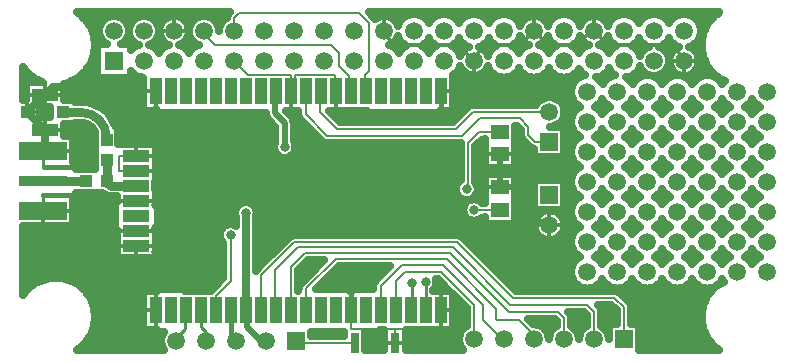
<source format=gbr>
G04 DipTrace 3.1.0.0*
G04 Top.gbr*
%MOMM*%
G04 #@! TF.FileFunction,Copper,L1,Top*
G04 #@! TF.Part,Single*
G04 #@! TA.AperFunction,Conductor*
%ADD10C,0.254*%
%ADD15C,0.508*%
G04 #@! TA.AperFunction,CopperBalancing*
%ADD16C,0.635*%
G04 #@! TA.AperFunction,Conductor*
%ADD17C,0.381*%
%ADD18C,0.1778*%
%ADD19C,0.3048*%
G04 #@! TA.AperFunction,ViaPad*
%ADD20C,0.8*%
G04 #@! TA.AperFunction,CopperBalancing*
%ADD21C,0.33*%
%ADD22R,4.06X1.52*%
%ADD23R,4.06X0.85*%
%ADD24R,1.5X1.3*%
G04 #@! TA.AperFunction,ComponentPad*
%ADD26R,1.5X1.5*%
%ADD27C,1.5*%
%ADD28C,1.5*%
%ADD29R,1.1X1.0*%
%ADD30R,1.0X1.1*%
%ADD32R,0.8X1.7*%
%ADD33R,1.01X2.274*%
%ADD34R,2.274X1.01*%
%ADD35R,1.1X1.05*%
%ADD36R,2.25X1.1*%
%FSLAX35Y35*%
G04*
G71*
G90*
G75*
G01*
G04 Top*
%LPD*%
X3287334Y2786667D2*
D15*
Y2992001D1*
X3204334Y3075001D1*
Y3252334D1*
X3211334Y3259334D1*
X3132334Y1147001D2*
X3086667D1*
X2966334Y1267334D1*
Y1397334D1*
X2957334Y1406334D1*
D16*
Y2230001D1*
X2830334Y1406334D2*
D17*
Y1195001D1*
X2878334Y1147001D1*
X3846334Y1406334D2*
Y1663667D1*
X3840001Y1670001D1*
X4610001Y3010001D2*
Y3257667D1*
X4608334Y3259334D1*
X1600001Y2300001D2*
X1560001D1*
X1480001Y2380001D1*
X1240001D1*
D10*
Y2246334D1*
D18*
X1241334Y2245001D1*
X1600001Y2700001D2*
X1570001D1*
X1490001Y2620001D1*
D17*
X1250001D1*
D18*
X1240001Y2630001D1*
D10*
Y2749667D1*
D18*
X1242334Y2752001D1*
X1400001Y3300001D2*
D16*
X1328001D1*
X1259001Y3231001D1*
Y2931001D2*
Y2768667D1*
X1242334Y2752001D1*
X1109001Y3081001D2*
X1259001Y3231001D1*
X1109001Y3081001D2*
X1259001Y2931001D1*
X5115001Y2725001D2*
D15*
Y2445001D1*
X5530001Y2126001D2*
X5474001D1*
X5330001Y2270001D1*
Y2380001D1*
X5260001Y2450001D1*
X5120001D1*
X5115001Y2445001D1*
X3846334Y1406334D2*
D18*
Y1248671D1*
X4220001D1*
X4608334D1*
Y1406334D1*
X2859667Y3517001D2*
X2976957Y3399711D1*
X3338334D1*
Y3259334D1*
X4220001Y1248671D2*
Y1130001D1*
X1800001Y2300001D2*
X1866671D1*
Y2332834D1*
X2030834D1*
X1800001Y2100001D2*
X1866671D1*
X1887837Y2078834D1*
X2030834D1*
X2200001Y2500001D2*
Y2586834D1*
X2030834D1*
X2200001Y1700001D2*
Y1564551D1*
X2195334Y1559884D1*
Y1406334D1*
X3338334Y3259334D2*
X3373894D1*
Y3399711D1*
X3714441D1*
Y3259334D1*
X3719334D1*
X2200001Y1900001D2*
Y1911834D1*
X2160001Y1951834D1*
X2030834D1*
Y2586834D2*
X1886841D1*
Y2713834D1*
X2030834D1*
X2200001Y3100001D2*
X2195334Y3104667D1*
Y3259334D1*
X4891667Y3517001D2*
D19*
Y3551667D1*
X4990001Y3650001D1*
X5278667D1*
X5399667Y3771001D1*
X5907667D2*
X5881001D1*
X5760001Y3650001D1*
X5520667D1*
X5399667Y3771001D1*
X6669667Y3517001D2*
Y3540334D1*
X6560001Y3650001D1*
X6028667D1*
X5907667Y3771001D1*
X4129667D2*
Y3740334D1*
X4220001Y3650001D1*
X4758667D1*
X4891667Y3517001D1*
X4370001Y1640001D2*
D10*
X4364001D1*
Y1416001D1*
X4354334Y1406334D1*
X4481334D2*
Y1641334D1*
X1780001Y2850001D2*
D20*
Y2870001D1*
G03X1570001Y3080001I-209997J3D01*
G01*
X1410001D1*
X1409294Y3080294D1*
X1409001Y3081001D1*
X2703334Y1406334D2*
D18*
Y1526334D1*
X2831001Y1654001D1*
Y2042334D1*
X3880001Y1130001D2*
X3403334D1*
X3386334Y1147001D1*
X2624334D2*
D10*
Y1221334D1*
X2580334Y1265334D1*
Y1402334D1*
X2576334Y1406334D1*
X2370334Y1147001D2*
Y1171334D1*
X2445667Y1246667D1*
Y1402667D1*
X2449334Y1406334D1*
X6160001Y1160001D2*
D18*
Y1430001D1*
X6080001Y1510001D1*
X5220001D1*
X4750001Y1980001D1*
X3370001D1*
X3090001Y1700001D1*
Y1412001D1*
X3084334Y1406334D1*
X5906001Y1160001D2*
Y1394001D1*
X5850001Y1450001D1*
X5200001D1*
X4710001Y1940001D1*
X3400001D1*
X3210001Y1750001D1*
Y1407667D1*
X3211334Y1406334D1*
X5652001Y1160001D2*
Y1338001D1*
X5600001Y1390001D1*
X5190001D1*
X4690001Y1890001D1*
X3460001D1*
X3340001Y1770001D1*
Y1408001D1*
X3338334Y1406334D1*
X5398001Y1160001D2*
Y1192001D1*
X5270001Y1320001D1*
X5090001D1*
X5080001Y1330001D1*
Y1420001D1*
X4660001Y1840001D1*
X3720001D1*
X3470001Y1590001D1*
Y1411001D1*
X3465334Y1406334D1*
X1610001Y2500001D2*
D20*
X1243334D1*
X1242627Y2499707D1*
X1242334Y2499001D1*
X2030834Y2459834D2*
X1820167D1*
G02X1780001Y2500001I-4J40163D01*
G01*
Y2680001D2*
Y2500001D1*
X5144001Y1160001D2*
D18*
X5130001D1*
X4970001Y1320001D1*
Y1450001D1*
X4630001Y1790001D1*
X4280001D1*
X4100001Y1610001D1*
Y1406667D1*
X4100334Y1406334D1*
X4890001Y1160001D2*
Y1450001D1*
X4610001Y1730001D1*
X4310001D1*
X4230001Y1650001D1*
Y1409001D1*
X4227334Y1406334D1*
X3465334Y3259334D2*
Y3064667D1*
X3650001Y2880001D1*
X4790001D1*
X4940001Y3030001D1*
X5280001D1*
X5350001Y2960001D1*
Y2890001D1*
X5410001Y2830001D1*
X5530001D1*
Y3084001D2*
X4884001D1*
X4740001Y2940001D1*
X3730001D1*
X3590001Y3080001D1*
Y3257001D1*
X3592334Y3259334D1*
X5115001Y2255001D2*
X4890001D1*
X4830001Y2430001D2*
X4840001D1*
Y2820001D1*
X4935001Y2915001D1*
X5115001D1*
X2605667Y3771001D2*
Y3744334D1*
X2700001Y3650001D1*
X3680001D1*
X3750001Y3580001D1*
Y3470001D1*
X3830001Y3390001D1*
Y3275667D1*
X3846334Y3259334D1*
X2859667Y3771001D2*
Y3879667D1*
X2900001Y3920001D1*
X3920001D1*
X4000001Y3840001D1*
Y3430001D1*
X3970001Y3400001D1*
Y3262667D1*
X3973334Y3259334D1*
D20*
X3287334Y2786667D3*
X2957334Y2230001D3*
X3840001Y1670001D3*
X4610001Y3010001D3*
X4370001Y1640001D3*
X4481334Y1641334D3*
X2831001Y2042334D3*
X4890001Y2255001D3*
X4830001Y2430001D3*
X1600001Y2700001D3*
X2400001Y2500001D3*
X1600001Y2900001D3*
X2000001D3*
X2200001D3*
X2400001D3*
X2200001Y2700001D3*
Y2500001D3*
Y2300001D3*
Y2100001D3*
X2400001Y2700001D3*
X2200001Y1900001D3*
X1600001Y2300001D3*
X2200001Y1700001D3*
X1800001D3*
X1600001D3*
X1800001Y3100001D3*
X1400001Y1900001D3*
Y1700001D3*
X1600001Y2100001D3*
X1200001Y1900001D3*
Y1700001D3*
X2400001Y2300001D3*
Y2100001D3*
Y1900001D3*
Y1700001D3*
X1600001Y1900001D3*
Y3300001D3*
X1400001D3*
X1800001D3*
X2200001Y3100001D3*
X2600001Y2700001D3*
Y2500001D3*
Y2300001D3*
Y2100001D3*
Y1900001D3*
Y1700001D3*
X2000001Y3100001D3*
Y3300001D3*
X1800001Y2300001D3*
Y2100001D3*
Y1900001D3*
X2000001Y1700001D3*
X4480001Y2370334D3*
X1608964Y3864484D2*
D16*
X1751291D1*
X1936137D2*
X2005291D1*
X2190137D2*
X2259291D1*
X2444137D2*
X2513291D1*
X2698137D2*
X2767291D1*
X4222137D2*
X4270154D1*
X4497344D2*
X4524037D1*
X4751344D2*
X4778037D1*
X5005344D2*
X5032037D1*
X5259344D2*
X5307291D1*
X5492137D2*
X5540154D1*
X5767344D2*
X5815291D1*
X6000137D2*
X6048154D1*
X6275344D2*
X6302037D1*
X6529344D2*
X6556037D1*
X6783344D2*
X6890701D1*
X1651254Y3801317D2*
X1713961D1*
X6815094D2*
X6848407D1*
X1676061Y3738151D2*
X1714581D1*
X1687097Y3674984D2*
X1754144D1*
X1933284D2*
X2008144D1*
X2187284D2*
X2262144D1*
X2441284D2*
X2516144D1*
X4219284D2*
X4272317D1*
X4494987D2*
X4526317D1*
X4748987D2*
X4780317D1*
X5002987D2*
X5034317D1*
X5256987D2*
X5310144D1*
X5489284D2*
X5542317D1*
X5764987D2*
X5818144D1*
X5997284D2*
X6050317D1*
X6272987D2*
X6304317D1*
X6526987D2*
X6558317D1*
X6780987D2*
X6812491D1*
X2210104Y3611817D2*
X2239141D1*
X2464104D2*
X2493141D1*
X4242104D2*
X4271141D1*
X4496104D2*
X4525141D1*
X4750104D2*
X4800781D1*
X4982647D2*
X5033201D1*
X5258104D2*
X5287141D1*
X5512104D2*
X5541141D1*
X5766104D2*
X5795141D1*
X6020104D2*
X6049141D1*
X6274104D2*
X6324781D1*
X6506647D2*
X6578781D1*
X6760647D2*
X6813681D1*
X1672464Y3548651D2*
X1694961D1*
X6799097D2*
X6827137D1*
X1644804Y3485484D2*
X1694984D1*
X6799097D2*
X6854857D1*
X1078764Y3422317D2*
X1100881D1*
X1598421D2*
X1694984D1*
X4750227D2*
X4800534D1*
X4982774D2*
X5033077D1*
X5258227D2*
X5287147D1*
X5512227D2*
X5541147D1*
X5766227D2*
X5795147D1*
X6020227D2*
X6049147D1*
X6274227D2*
X6324534D1*
X6506774D2*
X6578534D1*
X6760774D2*
X6901241D1*
X1078764Y3359151D2*
X1181901D1*
X1517434D2*
X2086404D1*
X4717237D2*
X5747701D1*
X5956357D2*
X6001701D1*
X6210357D2*
X6255701D1*
X6464357D2*
X6509701D1*
X6718357D2*
X6763701D1*
X1429874Y3295984D2*
X2086404D1*
X4717237D2*
X5709127D1*
X1429874Y3232817D2*
X2086404D1*
X4717237D2*
X5705284D1*
X1519667Y3169651D2*
X2086404D1*
X4717237D2*
X5429827D1*
X5630174D2*
X5732567D1*
X1222381Y3106484D2*
X1298357D1*
X1759774D2*
X2086404D1*
X4717237D2*
X4813927D1*
X5661427D2*
X5749064D1*
X5954991D2*
X6003064D1*
X6208991D2*
X6257064D1*
X6462991D2*
X6511064D1*
X6716991D2*
X6765064D1*
X6970991D2*
X7019064D1*
X7224991D2*
X7273064D1*
X1222381Y3043317D2*
X1298357D1*
X1819927D2*
X3127331D1*
X3351617D2*
X3401921D1*
X3719221D2*
X4750801D1*
X5656717D2*
X5709501D1*
X1519667Y2980151D2*
X1612261D1*
X1854531D2*
X3183267D1*
X3371087D2*
X3457357D1*
X5609587D2*
X5705034D1*
X1429874Y2916984D2*
X1674397D1*
X1885661D2*
X3203607D1*
X3371087D2*
X3520487D1*
X5248431D2*
X5282641D1*
X5663414D2*
X5731577D1*
X1503791Y2853817D2*
X1674397D1*
X1885661D2*
X3203607D1*
X3371087D2*
X3583614D1*
X5248431D2*
X5294641D1*
X5663414D2*
X5750551D1*
X5953504D2*
X6004551D1*
X6207504D2*
X6258551D1*
X6461504D2*
X6512551D1*
X6715504D2*
X6766551D1*
X6969504D2*
X7020551D1*
X7223504D2*
X7274551D1*
X1503791Y2790651D2*
X1674397D1*
X2202911D2*
X3188971D1*
X3385724D2*
X4772751D1*
X4907241D2*
X4981607D1*
X5248431D2*
X5356777D1*
X5663414D2*
X5709871D1*
X1503791Y2727484D2*
X1674397D1*
X2202911D2*
X3210427D1*
X3364267D2*
X4772751D1*
X4907241D2*
X4981607D1*
X5248431D2*
X5396591D1*
X5663414D2*
X5704787D1*
X1531077Y2664317D2*
X1674397D1*
X2202911D2*
X4772751D1*
X4907241D2*
X4981607D1*
X5248431D2*
X5730584D1*
X1531077Y2601151D2*
X1674397D1*
X2202911D2*
X4772751D1*
X4907241D2*
X5752041D1*
X5952014D2*
X6006041D1*
X6206014D2*
X6260041D1*
X6460014D2*
X6514041D1*
X6714014D2*
X6768041D1*
X6968014D2*
X7022041D1*
X7222014D2*
X7276041D1*
X2202911Y2537984D2*
X4772751D1*
X4907241D2*
X4981607D1*
X5248431D2*
X5710367D1*
X2200184Y2474817D2*
X4743234D1*
X4916791D2*
X4981607D1*
X5248431D2*
X5396591D1*
X5663414D2*
X5704664D1*
X2202911Y2411651D2*
X4733437D1*
X4926591D2*
X4981607D1*
X5248431D2*
X5396591D1*
X5663414D2*
X5729591D1*
X1531077Y2348484D2*
X1858697D1*
X2202911D2*
X4780814D1*
X4879087D2*
X4981607D1*
X5248431D2*
X5396591D1*
X5663414D2*
X5753527D1*
X5950404D2*
X6007527D1*
X6204404D2*
X6261527D1*
X6458404D2*
X6515527D1*
X6712404D2*
X6769527D1*
X6966404D2*
X7023527D1*
X7220404D2*
X7277527D1*
X1502797Y2285317D2*
X1843441D1*
X2218167D2*
X2880031D1*
X3039944D2*
X4796687D1*
X5248431D2*
X5396591D1*
X5663414D2*
X5710741D1*
X1502797Y2222151D2*
X1843441D1*
X2218167D2*
X2861921D1*
X3058054D2*
X4797681D1*
X5248431D2*
X5440617D1*
X5619384D2*
X5704541D1*
X1502797Y2158984D2*
X1843441D1*
X2218167D2*
X2869611D1*
X3049867D2*
X4981607D1*
X5248431D2*
X5400931D1*
X5659071D2*
X5728724D1*
X1078764Y2095817D2*
X1843441D1*
X2218167D2*
X2749681D1*
X3049744D2*
X5400187D1*
X5659817D2*
X5755141D1*
X5948791D2*
X6009141D1*
X6202791D2*
X6263141D1*
X6456791D2*
X6517141D1*
X6710791D2*
X6771141D1*
X6964791D2*
X7025141D1*
X7218791D2*
X7279141D1*
X1078764Y2032651D2*
X1858697D1*
X2202911D2*
X2733061D1*
X3049494D2*
X3332964D1*
X4787064D2*
X5437394D1*
X5622611D2*
X5711237D1*
X1078764Y1969484D2*
X1858697D1*
X2202911D2*
X2763694D1*
X3049247D2*
X3266984D1*
X4853044D2*
X5704291D1*
X1078764Y1906317D2*
X1858697D1*
X2202911D2*
X2763694D1*
X3049124D2*
X3203854D1*
X4916171D2*
X5727731D1*
X1078764Y1843151D2*
X2763694D1*
X3048874D2*
X3140604D1*
X4979424D2*
X5756754D1*
X5947177D2*
X6010754D1*
X6201177D2*
X6264754D1*
X6455177D2*
X6518754D1*
X6709177D2*
X6772754D1*
X6963177D2*
X7026754D1*
X7217177D2*
X7280754D1*
X1078764Y1779984D2*
X2763694D1*
X3048627D2*
X3077511D1*
X3442524D2*
X3567491D1*
X5042551D2*
X5711734D1*
X1078764Y1716817D2*
X2763694D1*
X3407304D2*
X3504364D1*
X3689331D2*
X4114311D1*
X5105681D2*
X5704167D1*
X1078764Y1653651D2*
X1211171D1*
X1488164D2*
X2738147D1*
X3407304D2*
X3441184D1*
X3626204D2*
X4051184D1*
X5168807D2*
X5726864D1*
X1078764Y1590484D2*
X1115251D1*
X1584034D2*
X2675017D1*
X3562951D2*
X4032704D1*
X4564441D2*
X4657037D1*
X5232061D2*
X5830794D1*
X5873261D2*
X6084794D1*
X6127261D2*
X6338794D1*
X6381261D2*
X6592794D1*
X6635261D2*
X6846794D1*
X6889261D2*
X6915684D1*
X1636124Y1527317D2*
X2086404D1*
X6155167D2*
X6863414D1*
X1667501Y1464151D2*
X2086404D1*
X4717237D2*
X4783294D1*
X6216804D2*
X6831911D1*
X1683997Y1400984D2*
X2086404D1*
X4717237D2*
X4822734D1*
X5972851D2*
X6092734D1*
X6227224D2*
X6815417D1*
X1687967Y1337817D2*
X2086404D1*
X4717237D2*
X4822734D1*
X5719224D2*
X5838734D1*
X5973224D2*
X6092734D1*
X6227224D2*
X6811447D1*
X1679657Y1274651D2*
X2086404D1*
X4717237D2*
X4822734D1*
X5459147D2*
X5584734D1*
X5719224D2*
X5838734D1*
X5973224D2*
X6026627D1*
X6293451D2*
X6819634D1*
X1658324Y1211484D2*
X2254454D1*
X3519791D2*
X3781557D1*
X3978431D2*
X4121627D1*
X4318377D2*
X4767417D1*
X6293451D2*
X6840841D1*
X1620621Y1148317D2*
X2236967D1*
X3978431D2*
X4121627D1*
X4318377D2*
X4757124D1*
X6293451D2*
X6878421D1*
X1557617Y1085151D2*
X2252967D1*
X3978431D2*
X4121627D1*
X4318377D2*
X4780937D1*
X6293451D2*
X6941177D1*
X1496404Y2335244D2*
Y2116931D1*
X1072317D1*
X1072351Y1531764D1*
X1097151Y1564671D1*
X1114847Y1583821D1*
X1133997Y1601517D1*
X1154474Y1617661D1*
X1176154Y1632147D1*
X1198904Y1644891D1*
X1222584Y1655804D1*
X1247047Y1664831D1*
X1272144Y1671907D1*
X1297717Y1676994D1*
X1323614Y1680061D1*
X1349667Y1681084D1*
X1375721Y1680061D1*
X1401617Y1676994D1*
X1427191Y1671907D1*
X1452287Y1664831D1*
X1476751Y1655804D1*
X1500431Y1644891D1*
X1523181Y1632147D1*
X1544861Y1617661D1*
X1565337Y1601517D1*
X1584487Y1583821D1*
X1602184Y1564671D1*
X1618327Y1544194D1*
X1632814Y1522514D1*
X1645557Y1499764D1*
X1656471Y1476084D1*
X1665497Y1451621D1*
X1672574Y1426524D1*
X1677661Y1400951D1*
X1680727Y1375054D1*
X1681751Y1349001D1*
X1680727Y1322947D1*
X1677661Y1297051D1*
X1672574Y1271477D1*
X1665497Y1246381D1*
X1656471Y1221917D1*
X1645557Y1198237D1*
X1632814Y1175487D1*
X1618327Y1153807D1*
X1602184Y1133331D1*
X1584487Y1114181D1*
X1565337Y1096484D1*
X1532921Y1072361D1*
X2267437Y1072351D1*
X2257114Y1089311D1*
X2249484Y1107734D1*
X2244827Y1127124D1*
X2243264Y1147001D1*
X2244827Y1166877D1*
X2249484Y1186267D1*
X2257114Y1204691D1*
X2267531Y1221691D1*
X2270404Y1225334D1*
X2204544Y1225344D1*
Y1240597D1*
X2092764Y1240564D1*
Y1572104D1*
X2204557D1*
X2204544Y1587324D1*
X2440124D1*
Y1572067D1*
X2662901Y1572104D1*
X2770114Y1679324D1*
X2770041Y1973361D1*
X2756514Y1988217D1*
X2748967Y2000534D1*
X2743437Y2013884D1*
X2740064Y2027931D1*
X2738931Y2042334D1*
X2740064Y2056737D1*
X2743437Y2070784D1*
X2748967Y2084134D1*
X2756514Y2096451D1*
X2765897Y2107437D1*
X2776884Y2116821D1*
X2789201Y2124367D1*
X2802551Y2129897D1*
X2816597Y2133271D1*
X2831001Y2134404D1*
X2845404Y2133271D1*
X2859451Y2129897D1*
X2875881Y2122644D1*
X2876057Y2192291D1*
X2870474Y2208507D1*
X2868214Y2222777D1*
Y2237224D1*
X2870474Y2251494D1*
X2874941Y2265234D1*
X2881497Y2278107D1*
X2889991Y2289794D1*
X2900207Y2300011D1*
X2911894Y2308504D1*
X2924767Y2315061D1*
X2938507Y2319527D1*
X2952777Y2321787D1*
X2967224D1*
X2981494Y2319527D1*
X2995234Y2315061D1*
X3008107Y2308504D1*
X3019794Y2300011D1*
X3030011Y2289794D1*
X3038504Y2278107D1*
X3045061Y2265234D1*
X3049527Y2251494D1*
X3051787Y2237224D1*
Y2222777D1*
X3049527Y2208507D1*
X3043654Y2191714D1*
X3042227Y1737731D1*
X3091797Y1788007D1*
X3334171Y2029317D1*
X3346671Y2036321D1*
X3360464Y2040211D1*
X3370001Y2040961D1*
X4759537Y2040211D1*
X4773331Y2036321D1*
X4785831Y2029317D1*
X4793107Y2023107D1*
X5245317Y1570897D1*
X6084784Y1570774D1*
X6098837Y1567977D1*
X6111851Y1561977D1*
X6123677Y1552487D1*
X6209317Y1465831D1*
X6216321Y1453331D1*
X6220211Y1439537D1*
X6220961Y1430001D1*
Y1287001D1*
X6287071Y1287071D1*
X6287411Y1072351D1*
X6965447D1*
X6933997Y1096151D1*
X6914847Y1113847D1*
X6897151Y1132997D1*
X6881007Y1153474D1*
X6866521Y1175154D1*
X6853777Y1197904D1*
X6842864Y1221584D1*
X6833837Y1246047D1*
X6826761Y1271144D1*
X6821674Y1296717D1*
X6818607Y1322614D1*
X6817584Y1348667D1*
X6818607Y1374721D1*
X6821674Y1400617D1*
X6826761Y1426191D1*
X6833837Y1451287D1*
X6842864Y1475751D1*
X6853777Y1499431D1*
X6866521Y1522181D1*
X6881007Y1543861D1*
X6897151Y1564337D1*
X6914847Y1583487D1*
X6933997Y1601184D1*
X6954474Y1617327D1*
X6976154Y1631814D1*
X7006951Y1648267D1*
X6995017Y1667837D1*
X6983117Y1648364D1*
X6968614Y1631387D1*
X6951637Y1616884D1*
X6932597Y1605221D1*
X6911971Y1596674D1*
X6890261Y1591464D1*
X6868001Y1589711D1*
X6845741Y1591464D1*
X6824031Y1596674D1*
X6803404Y1605221D1*
X6784364Y1616884D1*
X6767387Y1631387D1*
X6752884Y1648364D1*
X6741017Y1667837D1*
X6729117Y1648364D1*
X6714614Y1631387D1*
X6697637Y1616884D1*
X6678597Y1605221D1*
X6657971Y1596674D1*
X6636261Y1591464D1*
X6614001Y1589711D1*
X6591741Y1591464D1*
X6570031Y1596674D1*
X6549404Y1605221D1*
X6530364Y1616884D1*
X6513387Y1631387D1*
X6498884Y1648364D1*
X6487017Y1667837D1*
X6475117Y1648364D1*
X6460614Y1631387D1*
X6443637Y1616884D1*
X6424597Y1605221D1*
X6403971Y1596674D1*
X6382261Y1591464D1*
X6360001Y1589711D1*
X6337741Y1591464D1*
X6316031Y1596674D1*
X6295404Y1605221D1*
X6276364Y1616884D1*
X6259387Y1631387D1*
X6244884Y1648364D1*
X6233017Y1667837D1*
X6221117Y1648364D1*
X6206614Y1631387D1*
X6189637Y1616884D1*
X6170597Y1605221D1*
X6149971Y1596674D1*
X6128261Y1591464D1*
X6106001Y1589711D1*
X6083741Y1591464D1*
X6062031Y1596674D1*
X6041404Y1605221D1*
X6022364Y1616884D1*
X6005387Y1631387D1*
X5990884Y1648364D1*
X5979017Y1667837D1*
X5967117Y1648364D1*
X5952614Y1631387D1*
X5935637Y1616884D1*
X5916597Y1605221D1*
X5895971Y1596674D1*
X5874261Y1591464D1*
X5852001Y1589711D1*
X5829741Y1591464D1*
X5808031Y1596674D1*
X5787404Y1605221D1*
X5768364Y1616884D1*
X5751387Y1631387D1*
X5736884Y1648364D1*
X5725221Y1667404D1*
X5716674Y1688031D1*
X5711464Y1709741D1*
X5709711Y1732001D1*
X5711464Y1754261D1*
X5716674Y1775971D1*
X5725221Y1796597D1*
X5736884Y1815637D1*
X5751387Y1832614D1*
X5768364Y1847117D1*
X5787837Y1858984D1*
X5768364Y1870884D1*
X5751387Y1885387D1*
X5736884Y1902364D1*
X5725221Y1921404D1*
X5716674Y1942031D1*
X5711464Y1963741D1*
X5709711Y1986001D1*
X5711464Y2008261D1*
X5716674Y2029971D1*
X5725221Y2050597D1*
X5736884Y2069637D1*
X5751387Y2086614D1*
X5768364Y2101117D1*
X5787837Y2112984D1*
X5768364Y2124884D1*
X5751387Y2139387D1*
X5736884Y2156364D1*
X5725221Y2175404D1*
X5716674Y2196031D1*
X5711464Y2217741D1*
X5709711Y2240001D1*
X5711464Y2262261D1*
X5716674Y2283971D1*
X5725221Y2304597D1*
X5736884Y2323637D1*
X5751387Y2340614D1*
X5768364Y2355117D1*
X5787837Y2366984D1*
X5768364Y2378884D1*
X5751387Y2393387D1*
X5736884Y2410364D1*
X5725221Y2429404D1*
X5716674Y2450031D1*
X5711464Y2471741D1*
X5709711Y2494001D1*
X5711464Y2516261D1*
X5716674Y2537971D1*
X5725221Y2558597D1*
X5736884Y2577637D1*
X5751387Y2594614D1*
X5768364Y2609117D1*
X5787837Y2620984D1*
X5768364Y2632884D1*
X5751387Y2647387D1*
X5736884Y2664364D1*
X5725221Y2683404D1*
X5716674Y2704031D1*
X5711464Y2725741D1*
X5709711Y2748001D1*
X5711464Y2770261D1*
X5716674Y2791971D1*
X5725221Y2812597D1*
X5736884Y2831637D1*
X5751387Y2848614D1*
X5768364Y2863117D1*
X5787837Y2874984D1*
X5768364Y2886884D1*
X5751387Y2901387D1*
X5736884Y2918364D1*
X5725221Y2937404D1*
X5716674Y2958031D1*
X5711464Y2979741D1*
X5709711Y3002001D1*
X5711464Y3024261D1*
X5716674Y3045971D1*
X5725221Y3066597D1*
X5736884Y3085637D1*
X5751387Y3102614D1*
X5768364Y3117117D1*
X5787837Y3128984D1*
X5768364Y3140884D1*
X5751387Y3155387D1*
X5736884Y3172364D1*
X5725221Y3191404D1*
X5716674Y3212031D1*
X5711464Y3233741D1*
X5709711Y3256001D1*
X5711464Y3278261D1*
X5716674Y3299971D1*
X5725221Y3320597D1*
X5736884Y3339637D1*
X5751387Y3356614D1*
X5768364Y3371117D1*
X5787404Y3382781D1*
X5808031Y3391327D1*
X5831604Y3396761D1*
X5815257Y3408804D1*
X5799471Y3424591D1*
X5786344Y3442654D1*
X5780447Y3452404D1*
X5768784Y3433364D1*
X5754281Y3416387D1*
X5737304Y3401884D1*
X5718264Y3390221D1*
X5697637Y3381674D1*
X5675927Y3376464D1*
X5653667Y3374711D1*
X5631407Y3376464D1*
X5609697Y3381674D1*
X5589071Y3390221D1*
X5570031Y3401884D1*
X5553054Y3416387D1*
X5538551Y3433364D1*
X5526684Y3452837D1*
X5514784Y3433364D1*
X5500281Y3416387D1*
X5483304Y3401884D1*
X5464264Y3390221D1*
X5443637Y3381674D1*
X5421927Y3376464D1*
X5399667Y3374711D1*
X5377407Y3376464D1*
X5355697Y3381674D1*
X5335071Y3390221D1*
X5316031Y3401884D1*
X5299054Y3416387D1*
X5284551Y3433364D1*
X5272684Y3452837D1*
X5260784Y3433364D1*
X5246281Y3416387D1*
X5229304Y3401884D1*
X5210264Y3390221D1*
X5189637Y3381674D1*
X5167927Y3376464D1*
X5145667Y3374711D1*
X5123407Y3376464D1*
X5101697Y3381674D1*
X5081071Y3390221D1*
X5062031Y3401884D1*
X5045054Y3416387D1*
X5030551Y3433364D1*
X5018887Y3452404D1*
X5010597Y3472334D1*
X5003197Y3456111D1*
X4992854Y3440137D1*
X4980237Y3425884D1*
X4965637Y3413677D1*
X4949374Y3403791D1*
X4931817Y3396441D1*
X4913361Y3391797D1*
X4894417Y3389961D1*
X4875414Y3390974D1*
X4856774Y3394817D1*
X4838914Y3401397D1*
X4822241Y3410574D1*
X4807124Y3422137D1*
X4793904Y3435827D1*
X4782877Y3451341D1*
X4774291Y3468324D1*
X4772764Y3472281D1*
X4764447Y3452404D1*
X4752784Y3433364D1*
X4738281Y3416387D1*
X4721304Y3401884D1*
X4710911Y3395061D1*
X4710904Y3093564D1*
X4599111D1*
X4599124Y3078344D1*
X3982544D1*
Y3093597D1*
X3662534Y3093564D1*
X3755271Y3000944D1*
X4714754Y3000961D1*
X4848171Y3133317D1*
X4860671Y3140321D1*
X4874464Y3144211D1*
X4884001Y3144961D1*
X5418417D1*
X5427197Y3158691D1*
X5440147Y3173854D1*
X5455311Y3186804D1*
X5472311Y3197221D1*
X5490734Y3204851D1*
X5510124Y3209507D1*
X5530001Y3211071D1*
X5549877Y3209507D1*
X5569267Y3204851D1*
X5587691Y3197221D1*
X5604691Y3186804D1*
X5619854Y3173854D1*
X5632804Y3158691D1*
X5643221Y3141691D1*
X5650851Y3123267D1*
X5655507Y3103877D1*
X5657071Y3084001D1*
X5655507Y3064124D1*
X5650851Y3044734D1*
X5643221Y3026311D1*
X5632804Y3009311D1*
X5619854Y2994147D1*
X5604691Y2981197D1*
X5587691Y2970781D1*
X5569267Y2963151D1*
X5549877Y2958494D1*
X5533544Y2957071D1*
X5657071D1*
Y2702931D1*
X5402931D1*
Y2769531D1*
X5391164Y2772024D1*
X5378151Y2778024D1*
X5366894Y2786894D1*
X5300684Y2854171D1*
X5293681Y2866671D1*
X5289791Y2880464D1*
X5289041Y2890001D1*
Y2934774D1*
X5254714Y2969074D1*
X5242071Y2968571D1*
Y2607931D1*
X4987931D1*
Y2854114D1*
X4955654Y2849444D1*
X4900844Y2794634D1*
X4900961Y2488734D1*
X4912034Y2471801D1*
X4917564Y2458451D1*
X4920937Y2444404D1*
X4922071Y2430001D1*
X4920937Y2415597D1*
X4917564Y2401551D1*
X4912034Y2388201D1*
X4904487Y2375884D1*
X4895104Y2364897D1*
X4884117Y2355514D1*
X4871801Y2347967D1*
X4858451Y2342437D1*
X4844404Y2339064D1*
X4830001Y2337931D1*
X4815597Y2339064D1*
X4801551Y2342437D1*
X4788201Y2347967D1*
X4775884Y2355514D1*
X4764897Y2364897D1*
X4755514Y2375884D1*
X4747967Y2388201D1*
X4742437Y2401551D1*
X4739064Y2415597D1*
X4737931Y2430001D1*
X4739064Y2444404D1*
X4742437Y2458451D1*
X4747967Y2471801D1*
X4755514Y2484117D1*
X4764897Y2495104D1*
X4779054Y2506604D1*
X4779041Y2819051D1*
X3640464Y2819791D1*
X3626671Y2823681D1*
X3614171Y2830684D1*
X3606894Y2836894D1*
X3416017Y3028837D1*
X3409014Y3041337D1*
X3405124Y3055131D1*
X3404374Y3064667D1*
Y3093564D1*
X3295277D1*
X3346244Y3042314D1*
X3356361Y3027171D1*
X3362664Y3010087D1*
X3364804Y2992001D1*
X3364771Y2991171D1*
X3364804Y2836351D1*
X3372394Y2821901D1*
X3376861Y2808161D1*
X3379121Y2793891D1*
Y2779444D1*
X3376861Y2765174D1*
X3372394Y2751434D1*
X3365837Y2738561D1*
X3357344Y2726874D1*
X3347127Y2716657D1*
X3335441Y2708164D1*
X3322567Y2701607D1*
X3308827Y2697141D1*
X3294557Y2694881D1*
X3280111D1*
X3265841Y2697141D1*
X3252101Y2701607D1*
X3239227Y2708164D1*
X3227541Y2716657D1*
X3217324Y2726874D1*
X3208831Y2738561D1*
X3202274Y2751434D1*
X3197807Y2765174D1*
X3195547Y2779444D1*
Y2793891D1*
X3197807Y2808161D1*
X3202274Y2821901D1*
X3209884Y2836347D1*
X3209864Y2959927D1*
X3145424Y3024687D1*
X3135307Y3039831D1*
X3129004Y3056914D1*
X3126864Y3075001D1*
X3126897Y3075831D1*
X3126864Y3078351D1*
X2585544Y3078344D1*
X2204544D1*
Y3093597D1*
X2092764Y3093564D1*
Y3374774D1*
X2075407Y3376464D1*
X2053697Y3381674D1*
X2033071Y3390221D1*
X2014031Y3401884D1*
X1997054Y3416387D1*
X1985984Y3429011D1*
X1985957Y3374711D1*
X1701377D1*
Y3659291D1*
X1783111D1*
X1768977Y3668197D1*
X1753814Y3681147D1*
X1740864Y3696311D1*
X1730447Y3713311D1*
X1722817Y3731734D1*
X1718161Y3751124D1*
X1716597Y3771001D1*
X1718161Y3790877D1*
X1722817Y3810267D1*
X1730447Y3828691D1*
X1740864Y3845691D1*
X1753814Y3860854D1*
X1768977Y3873804D1*
X1785977Y3884221D1*
X1804401Y3891851D1*
X1823791Y3896507D1*
X1843667Y3898071D1*
X1863544Y3896507D1*
X1882934Y3891851D1*
X1901357Y3884221D1*
X1918357Y3873804D1*
X1933521Y3860854D1*
X1946471Y3845691D1*
X1956887Y3828691D1*
X1964517Y3810267D1*
X1969174Y3790877D1*
X1970627Y3773767D1*
X1972161Y3790877D1*
X1976817Y3810267D1*
X1984447Y3828691D1*
X1994864Y3845691D1*
X2007814Y3860854D1*
X2022977Y3873804D1*
X2039977Y3884221D1*
X2058401Y3891851D1*
X2077791Y3896507D1*
X2097667Y3898071D1*
X2117544Y3896507D1*
X2136934Y3891851D1*
X2155357Y3884221D1*
X2172357Y3873804D1*
X2187521Y3860854D1*
X2200471Y3845691D1*
X2210887Y3828691D1*
X2218517Y3810267D1*
X2223174Y3790877D1*
X2224627Y3773767D1*
X2226151Y3790817D1*
X2230521Y3809341D1*
X2237604Y3827004D1*
X2247251Y3843414D1*
X2259234Y3858197D1*
X2273294Y3871024D1*
X2289114Y3881607D1*
X2306334Y3889711D1*
X2324574Y3895147D1*
X2343421Y3897804D1*
X2362451Y3897611D1*
X2381241Y3894581D1*
X2399367Y3888777D1*
X2416421Y3880334D1*
X2432024Y3869434D1*
X2445827Y3856331D1*
X2457514Y3841307D1*
X2466827Y3824711D1*
X2473557Y3806911D1*
X2477554Y3788301D1*
X2478664Y3775054D1*
X2480161Y3790877D1*
X2484817Y3810267D1*
X2492447Y3828691D1*
X2502864Y3845691D1*
X2515814Y3860854D1*
X2530977Y3873804D1*
X2547977Y3884221D1*
X2566401Y3891851D1*
X2585791Y3896507D1*
X2605667Y3898071D1*
X2625544Y3896507D1*
X2644934Y3891851D1*
X2663357Y3884221D1*
X2680357Y3873804D1*
X2695521Y3860854D1*
X2708471Y3845691D1*
X2718887Y3828691D1*
X2726517Y3810267D1*
X2731174Y3790877D1*
X2732627Y3773767D1*
X2734161Y3790877D1*
X2738817Y3810267D1*
X2746447Y3828691D1*
X2756864Y3845691D1*
X2769814Y3860854D1*
X2784977Y3873804D1*
X2798817Y3882451D1*
X2800391Y3893897D1*
X2805351Y3907344D1*
X2813314Y3919257D1*
X2821384Y3927597D1*
X1530837Y3927651D1*
X1565337Y3901851D1*
X1584487Y3884154D1*
X1602184Y3865004D1*
X1618327Y3844527D1*
X1632814Y3822847D1*
X1645557Y3800097D1*
X1656471Y3776417D1*
X1665497Y3751954D1*
X1672574Y3726857D1*
X1677661Y3701284D1*
X1680727Y3675387D1*
X1681751Y3649334D1*
X1680727Y3623281D1*
X1677661Y3597384D1*
X1672574Y3571811D1*
X1665497Y3546714D1*
X1656471Y3522251D1*
X1645557Y3498571D1*
X1632814Y3475821D1*
X1618327Y3454141D1*
X1602184Y3433664D1*
X1584487Y3414514D1*
X1565337Y3396817D1*
X1544861Y3380674D1*
X1523181Y3366187D1*
X1500431Y3353444D1*
X1476751Y3342531D1*
X1452287Y3333504D1*
X1423571Y3325371D1*
Y3182767D1*
X1513291Y3182791D1*
Y3169271D1*
X1575841Y3169101D1*
X1610224Y3166571D1*
X1648587Y3158784D1*
X1685611Y3146054D1*
X1720654Y3128604D1*
X1753121Y3106727D1*
X1782454Y3080801D1*
X1808151Y3051267D1*
X1829774Y3018631D1*
X1846951Y2983451D1*
X1856677Y2955074D1*
X1879291Y2954291D1*
Y2816501D1*
X2196604Y2816404D1*
Y2484264D1*
X2193801D1*
X2193824Y2435477D1*
X2196604Y2435404D1*
Y2323611D1*
X2211824Y2323624D1*
Y2088044D1*
X2196571D1*
X2196604Y1849264D1*
X1865064D1*
Y2088057D1*
X1849844Y2088044D1*
Y2323624D1*
X1865097D1*
X1865064Y2370584D1*
X1811427Y2370957D1*
X1792357Y2373627D1*
X1771711Y2379954D1*
X1754434Y2388474D1*
X1739667Y2398667D1*
X1725541Y2400711D1*
X1524661D1*
X1524751Y2335251D1*
X1496351D1*
X1423554Y2880071D2*
X1497404D1*
Y2664741D1*
X1524751Y2664751D1*
Y2599391D1*
X1680797Y2599291D1*
X1680711Y2917484D1*
X1674267Y2930474D1*
X1665484Y2943564D1*
X1655064Y2955401D1*
X1643191Y2965771D1*
X1630064Y2974504D1*
X1615911Y2981451D1*
X1600971Y2986487D1*
X1585501Y2989534D1*
X1538251Y2990711D1*
X1513321D1*
X1513291Y2979211D1*
X1423621D1*
X1423571Y2880091D1*
X4994281Y2562071D2*
X5242071D1*
Y2137931D1*
X4987931D1*
Y2194114D1*
X4955104Y2189897D1*
X4944117Y2180514D1*
X4931801Y2172967D1*
X4918451Y2167437D1*
X4904404Y2164064D1*
X4890001Y2162931D1*
X4875597Y2164064D1*
X4861551Y2167437D1*
X4848201Y2172967D1*
X4835884Y2180514D1*
X4824897Y2189897D1*
X4815514Y2200884D1*
X4807967Y2213201D1*
X4802437Y2226551D1*
X4799064Y2240597D1*
X4797931Y2255001D1*
X4799064Y2269404D1*
X4802437Y2283451D1*
X4807967Y2296801D1*
X4815514Y2309117D1*
X4824897Y2320104D1*
X4835884Y2329487D1*
X4848201Y2337034D1*
X4861551Y2342564D1*
X4875597Y2345937D1*
X4890001Y2347071D1*
X4904404Y2345937D1*
X4918451Y2342564D1*
X4931801Y2337034D1*
X4944117Y2329487D1*
X4958957Y2315937D1*
X4987854Y2315961D1*
X4987931Y2562071D1*
X4994281D1*
X1234721Y3338051D2*
X1198904Y3353444D1*
X1176154Y3366187D1*
X1154474Y3380674D1*
X1133997Y3396817D1*
X1114847Y3414514D1*
X1097151Y3433664D1*
X1072347Y3467097D1*
X1072354Y3185494D1*
X1094427Y3185571D1*
X1094431Y3338071D1*
X1233957D1*
X7012834Y3347177D2*
X6976487Y3366187D1*
X6954807Y3380674D1*
X6934331Y3396817D1*
X6915181Y3414514D1*
X6897484Y3433664D1*
X6881341Y3454141D1*
X6866854Y3475821D1*
X6854111Y3498571D1*
X6843197Y3522251D1*
X6834171Y3546714D1*
X6827094Y3571811D1*
X6822007Y3597384D1*
X6818941Y3623281D1*
X6817917Y3649334D1*
X6818941Y3675387D1*
X6822007Y3701284D1*
X6827094Y3726857D1*
X6834171Y3751954D1*
X6843197Y3776417D1*
X6854111Y3800097D1*
X6866854Y3822847D1*
X6881341Y3844527D1*
X6897484Y3865004D1*
X6915181Y3884154D1*
X6934331Y3901851D1*
X6954807Y3917994D1*
X6969287Y3927671D1*
X3998407Y3927647D1*
X4046354Y3879591D1*
X4052097Y3871641D1*
X4067114Y3881607D1*
X4084334Y3889711D1*
X4102574Y3895147D1*
X4121421Y3897804D1*
X4140451Y3897611D1*
X4159241Y3894581D1*
X4177367Y3888777D1*
X4194421Y3880334D1*
X4210024Y3869434D1*
X4223827Y3856331D1*
X4235514Y3841307D1*
X4244827Y3824711D1*
X4248587Y3815667D1*
X4256887Y3835597D1*
X4268551Y3854637D1*
X4283054Y3871614D1*
X4300031Y3886117D1*
X4319071Y3897781D1*
X4339697Y3906327D1*
X4361407Y3911537D1*
X4383667Y3913291D1*
X4405927Y3911537D1*
X4427637Y3906327D1*
X4448264Y3897781D1*
X4467304Y3886117D1*
X4484281Y3871614D1*
X4498784Y3854637D1*
X4510651Y3835164D1*
X4522551Y3854637D1*
X4537054Y3871614D1*
X4554031Y3886117D1*
X4573071Y3897781D1*
X4593697Y3906327D1*
X4615407Y3911537D1*
X4637667Y3913291D1*
X4659927Y3911537D1*
X4681637Y3906327D1*
X4702264Y3897781D1*
X4721304Y3886117D1*
X4738281Y3871614D1*
X4752784Y3854637D1*
X4764651Y3835164D1*
X4776551Y3854637D1*
X4791054Y3871614D1*
X4808031Y3886117D1*
X4827071Y3897781D1*
X4847697Y3906327D1*
X4869407Y3911537D1*
X4891667Y3913291D1*
X4913927Y3911537D1*
X4935637Y3906327D1*
X4956264Y3897781D1*
X4975304Y3886117D1*
X4992281Y3871614D1*
X5006784Y3854637D1*
X5018651Y3835164D1*
X5030551Y3854637D1*
X5045054Y3871614D1*
X5062031Y3886117D1*
X5081071Y3897781D1*
X5101697Y3906327D1*
X5123407Y3911537D1*
X5145667Y3913291D1*
X5167927Y3911537D1*
X5189637Y3906327D1*
X5210264Y3897781D1*
X5229304Y3886117D1*
X5246281Y3871614D1*
X5260784Y3854637D1*
X5272447Y3835597D1*
X5280737Y3815667D1*
X5288544Y3832634D1*
X5298997Y3848537D1*
X5311707Y3862704D1*
X5326391Y3874814D1*
X5342717Y3884594D1*
X5360321Y3891827D1*
X5378807Y3896347D1*
X5397764Y3898057D1*
X5416761Y3896914D1*
X5435377Y3892951D1*
X5453191Y3886247D1*
X5469804Y3876961D1*
X5484841Y3865297D1*
X5497971Y3851521D1*
X5508894Y3835934D1*
X5518587Y3815667D1*
X5526887Y3835597D1*
X5538551Y3854637D1*
X5553054Y3871614D1*
X5570031Y3886117D1*
X5589071Y3897781D1*
X5609697Y3906327D1*
X5631407Y3911537D1*
X5653667Y3913291D1*
X5675927Y3911537D1*
X5697637Y3906327D1*
X5718264Y3897781D1*
X5737304Y3886117D1*
X5754281Y3871614D1*
X5768784Y3854637D1*
X5780447Y3835597D1*
X5788737Y3815667D1*
X5796544Y3832634D1*
X5806997Y3848537D1*
X5819707Y3862704D1*
X5834391Y3874814D1*
X5850717Y3884594D1*
X5868321Y3891827D1*
X5886807Y3896347D1*
X5905764Y3898057D1*
X5924761Y3896914D1*
X5943377Y3892951D1*
X5961191Y3886247D1*
X5977804Y3876961D1*
X5992841Y3865297D1*
X6005971Y3851521D1*
X6016894Y3835934D1*
X6026587Y3815667D1*
X6034887Y3835597D1*
X6046551Y3854637D1*
X6061054Y3871614D1*
X6078031Y3886117D1*
X6097071Y3897781D1*
X6117697Y3906327D1*
X6139407Y3911537D1*
X6161667Y3913291D1*
X6183927Y3911537D1*
X6205637Y3906327D1*
X6226264Y3897781D1*
X6245304Y3886117D1*
X6262281Y3871614D1*
X6276784Y3854637D1*
X6288651Y3835164D1*
X6300551Y3854637D1*
X6315054Y3871614D1*
X6332031Y3886117D1*
X6351071Y3897781D1*
X6371697Y3906327D1*
X6393407Y3911537D1*
X6415667Y3913291D1*
X6437927Y3911537D1*
X6459637Y3906327D1*
X6480264Y3897781D1*
X6499304Y3886117D1*
X6516281Y3871614D1*
X6530784Y3854637D1*
X6542651Y3835164D1*
X6554551Y3854637D1*
X6569054Y3871614D1*
X6586031Y3886117D1*
X6605071Y3897781D1*
X6625697Y3906327D1*
X6647407Y3911537D1*
X6669667Y3913291D1*
X6691927Y3911537D1*
X6713637Y3906327D1*
X6734264Y3897781D1*
X6753304Y3886117D1*
X6770281Y3871614D1*
X6784784Y3854637D1*
X6796447Y3835597D1*
X6804994Y3814971D1*
X6810204Y3793261D1*
X6811957Y3771001D1*
X6810204Y3748741D1*
X6804994Y3727031D1*
X6796447Y3706404D1*
X6784784Y3687364D1*
X6770281Y3670387D1*
X6753304Y3655884D1*
X6734264Y3644221D1*
X6714334Y3635931D1*
X6734421Y3626334D1*
X6750024Y3615434D1*
X6763827Y3602331D1*
X6775514Y3587307D1*
X6784827Y3570711D1*
X6791557Y3552911D1*
X6795554Y3534301D1*
X6796737Y3517001D1*
X6795311Y3498021D1*
X6791067Y3479467D1*
X6784101Y3461757D1*
X6774567Y3445287D1*
X6762677Y3430424D1*
X6748704Y3417504D1*
X6732957Y3406814D1*
X6715791Y3398597D1*
X6697587Y3393037D1*
X6678761Y3390257D1*
X6661191Y3390241D1*
X6678597Y3382781D1*
X6697637Y3371117D1*
X6714614Y3356614D1*
X6729117Y3339637D1*
X6740984Y3320164D1*
X6752884Y3339637D1*
X6767387Y3356614D1*
X6784364Y3371117D1*
X6803404Y3382781D1*
X6824031Y3391327D1*
X6845741Y3396537D1*
X6868001Y3398291D1*
X6890261Y3396537D1*
X6911971Y3391327D1*
X6932597Y3382781D1*
X6951637Y3371117D1*
X6968614Y3356614D1*
X6983117Y3339637D1*
X6994984Y3320164D1*
X7006884Y3339637D1*
X7012694Y3347004D1*
X1904157Y3659291D2*
X1985957D1*
Y3605091D1*
X1997054Y3617614D1*
X2014031Y3632117D1*
X2033071Y3643781D1*
X2053001Y3652071D1*
X2031274Y3662657D1*
X2015141Y3674377D1*
X2001044Y3688474D1*
X1989324Y3704607D1*
X1980271Y3722374D1*
X1974107Y3741337D1*
X1970991Y3761031D1*
X1970707Y3768234D1*
X1969174Y3751124D1*
X1964517Y3731734D1*
X1956887Y3713311D1*
X1946471Y3696311D1*
X1933521Y3681147D1*
X1918357Y3668197D1*
X1904041Y3659284D1*
X2142334Y3652071D2*
X2162264Y3643781D1*
X2181304Y3632117D1*
X2198281Y3617614D1*
X2212784Y3600637D1*
X2224651Y3581164D1*
X2236551Y3600637D1*
X2251054Y3617614D1*
X2268031Y3632117D1*
X2287071Y3643781D1*
X2307001Y3652071D1*
X2287644Y3661237D1*
X2271967Y3672031D1*
X2258081Y3685047D1*
X2246291Y3699987D1*
X2236867Y3716524D1*
X2230017Y3734281D1*
X2225897Y3752861D1*
X2224684Y3767311D1*
X2223174Y3751124D1*
X2218517Y3731734D1*
X2210887Y3713311D1*
X2200471Y3696311D1*
X2187521Y3681147D1*
X2172357Y3668197D1*
X2155357Y3657781D1*
X2142237Y3652107D1*
X2396334Y3652071D2*
X2416264Y3643781D1*
X2435304Y3632117D1*
X2452281Y3617614D1*
X2466784Y3600637D1*
X2478651Y3581164D1*
X2490551Y3600637D1*
X2505054Y3617614D1*
X2522031Y3632117D1*
X2541071Y3643781D1*
X2561001Y3652071D1*
X2539274Y3662657D1*
X2523141Y3674377D1*
X2509044Y3688474D1*
X2497324Y3704607D1*
X2488271Y3722374D1*
X2482107Y3741337D1*
X2478991Y3761031D1*
X2478577Y3764654D1*
X2476207Y3745771D1*
X2471041Y3727451D1*
X2463197Y3710111D1*
X2452854Y3694137D1*
X2440237Y3679884D1*
X2425637Y3667677D1*
X2409374Y3657791D1*
X2396367Y3652084D1*
X4174334Y3652071D2*
X4194264Y3643781D1*
X4213304Y3632117D1*
X4230281Y3617614D1*
X4244784Y3600637D1*
X4256651Y3581164D1*
X4268551Y3600637D1*
X4283054Y3617614D1*
X4300031Y3632117D1*
X4319504Y3643984D1*
X4300031Y3655884D1*
X4283054Y3670387D1*
X4268551Y3687364D1*
X4256887Y3706404D1*
X4248597Y3726334D1*
X4241197Y3710111D1*
X4230854Y3694137D1*
X4218237Y3679884D1*
X4203637Y3667677D1*
X4187374Y3657791D1*
X4174367Y3652084D1*
X4447831Y3643984D2*
X4467304Y3632117D1*
X4484281Y3617614D1*
X4498784Y3600637D1*
X4510651Y3581164D1*
X4522551Y3600637D1*
X4537054Y3617614D1*
X4554031Y3632117D1*
X4573504Y3643984D1*
X4554031Y3655884D1*
X4537054Y3670387D1*
X4522551Y3687364D1*
X4510684Y3706837D1*
X4498784Y3687364D1*
X4484281Y3670387D1*
X4467304Y3655884D1*
X4447831Y3644017D1*
X4701831Y3643984D2*
X4721304Y3632117D1*
X4738281Y3617614D1*
X4752784Y3600637D1*
X4764447Y3581597D1*
X4772737Y3561667D1*
X4780544Y3578634D1*
X4790997Y3594537D1*
X4803707Y3608704D1*
X4818391Y3620814D1*
X4834717Y3630594D1*
X4846921Y3635917D1*
X4827071Y3644221D1*
X4808031Y3655884D1*
X4791054Y3670387D1*
X4776551Y3687364D1*
X4764684Y3706837D1*
X4752784Y3687364D1*
X4738281Y3670387D1*
X4721304Y3655884D1*
X4701831Y3644017D1*
X4936371Y3635904D2*
X4956421Y3626334D1*
X4972024Y3615434D1*
X4985827Y3602331D1*
X4997514Y3587307D1*
X5006827Y3570711D1*
X5010587Y3561667D1*
X5018887Y3581597D1*
X5030551Y3600637D1*
X5045054Y3617614D1*
X5062031Y3632117D1*
X5081504Y3643984D1*
X5062031Y3655884D1*
X5045054Y3670387D1*
X5030551Y3687364D1*
X5018684Y3706837D1*
X5006784Y3687364D1*
X4992281Y3670387D1*
X4975304Y3655884D1*
X4956264Y3644221D1*
X4936334Y3635931D1*
X5209831Y3643984D2*
X5229304Y3632117D1*
X5246281Y3617614D1*
X5260784Y3600637D1*
X5272651Y3581164D1*
X5284551Y3600637D1*
X5299054Y3617614D1*
X5316031Y3632117D1*
X5335071Y3643781D1*
X5355001Y3652071D1*
X5335644Y3661237D1*
X5319967Y3672031D1*
X5306081Y3685047D1*
X5294291Y3699987D1*
X5284867Y3716524D1*
X5280764Y3726281D1*
X5272447Y3706404D1*
X5260784Y3687364D1*
X5246281Y3670387D1*
X5229304Y3655884D1*
X5209831Y3644017D1*
X5444334Y3652071D2*
X5464264Y3643781D1*
X5483304Y3632117D1*
X5500281Y3617614D1*
X5514784Y3600637D1*
X5526651Y3581164D1*
X5538551Y3600637D1*
X5553054Y3617614D1*
X5570031Y3632117D1*
X5589504Y3643984D1*
X5570031Y3655884D1*
X5553054Y3670387D1*
X5538551Y3687364D1*
X5526887Y3706404D1*
X5518597Y3726334D1*
X5511197Y3710111D1*
X5500854Y3694137D1*
X5488237Y3679884D1*
X5473637Y3667677D1*
X5457374Y3657791D1*
X5444367Y3652084D1*
X5717831Y3643984D2*
X5737304Y3632117D1*
X5754281Y3617614D1*
X5768784Y3600637D1*
X5780651Y3581164D1*
X5792551Y3600637D1*
X5807054Y3617614D1*
X5824031Y3632117D1*
X5843071Y3643781D1*
X5863001Y3652071D1*
X5843644Y3661237D1*
X5827967Y3672031D1*
X5814081Y3685047D1*
X5802291Y3699987D1*
X5792867Y3716524D1*
X5788764Y3726281D1*
X5780447Y3706404D1*
X5768784Y3687364D1*
X5754281Y3670387D1*
X5737304Y3655884D1*
X5717831Y3644017D1*
X6034651Y3452837D2*
X6022784Y3433364D1*
X6008281Y3416387D1*
X5991304Y3401884D1*
X5972264Y3390221D1*
X5951637Y3381674D1*
X5928064Y3376241D1*
X5944411Y3364197D1*
X5960197Y3348411D1*
X5973324Y3330347D1*
X5979221Y3320597D1*
X5990884Y3339637D1*
X6005387Y3356614D1*
X6022364Y3371117D1*
X6041404Y3382781D1*
X6062031Y3391327D1*
X6085604Y3396761D1*
X6069257Y3408804D1*
X6053471Y3424591D1*
X6040344Y3442654D1*
X6034684Y3452837D1*
X5952334Y3652071D2*
X5972264Y3643781D1*
X5991304Y3632117D1*
X6008281Y3617614D1*
X6022784Y3600637D1*
X6034651Y3581164D1*
X6046551Y3600637D1*
X6061054Y3617614D1*
X6078031Y3632117D1*
X6097504Y3643984D1*
X6078031Y3655884D1*
X6061054Y3670387D1*
X6046551Y3687364D1*
X6034887Y3706404D1*
X6026597Y3726334D1*
X6019197Y3710111D1*
X6008854Y3694137D1*
X5996237Y3679884D1*
X5981637Y3667677D1*
X5965374Y3657791D1*
X5952367Y3652084D1*
X6296737Y3472334D2*
X6288447Y3452404D1*
X6276784Y3433364D1*
X6262281Y3416387D1*
X6245304Y3401884D1*
X6226264Y3390221D1*
X6205637Y3381674D1*
X6182064Y3376241D1*
X6198411Y3364197D1*
X6214197Y3348411D1*
X6227324Y3330347D1*
X6233221Y3320597D1*
X6244884Y3339637D1*
X6259387Y3356614D1*
X6276364Y3371117D1*
X6295404Y3382781D1*
X6316031Y3391327D1*
X6337741Y3396537D1*
X6360001Y3398291D1*
X6371641Y3397794D1*
X6349274Y3408657D1*
X6333141Y3420377D1*
X6319044Y3434474D1*
X6307324Y3450607D1*
X6298271Y3468374D1*
X6296774Y3472431D1*
X6225831Y3643984D2*
X6245304Y3632117D1*
X6262281Y3617614D1*
X6276784Y3600637D1*
X6288447Y3581597D1*
X6296737Y3561667D1*
X6307324Y3583394D1*
X6319044Y3599527D1*
X6333141Y3613624D1*
X6349274Y3625344D1*
X6367041Y3634397D1*
X6371097Y3635894D1*
X6351071Y3644221D1*
X6332031Y3655884D1*
X6315054Y3670387D1*
X6300551Y3687364D1*
X6288684Y3706837D1*
X6276784Y3687364D1*
X6262281Y3670387D1*
X6245304Y3655884D1*
X6225831Y3644017D1*
X6542627Y3514234D2*
X6541174Y3497124D1*
X6536517Y3477734D1*
X6528887Y3459311D1*
X6518471Y3442311D1*
X6505521Y3427147D1*
X6490357Y3414197D1*
X6473357Y3403781D1*
X6454934Y3396151D1*
X6435544Y3391494D1*
X6415667Y3389931D1*
X6407137Y3390267D1*
X6424597Y3382781D1*
X6443637Y3371117D1*
X6460614Y3356614D1*
X6475117Y3339637D1*
X6486984Y3320164D1*
X6498884Y3339637D1*
X6513387Y3356614D1*
X6530364Y3371117D1*
X6549404Y3382781D1*
X6570031Y3391327D1*
X6591741Y3396537D1*
X6614001Y3398291D1*
X6625641Y3397794D1*
X6605644Y3407237D1*
X6589967Y3418031D1*
X6576081Y3431047D1*
X6564291Y3445987D1*
X6554867Y3462524D1*
X6548017Y3480281D1*
X6543897Y3498861D1*
X6542344Y3526971D1*
X6542627Y3519767D1*
X6544151Y3536817D1*
X6548521Y3555341D1*
X6555604Y3573004D1*
X6565251Y3589414D1*
X6577234Y3604197D1*
X6591294Y3617024D1*
X6607114Y3627607D1*
X6624921Y3635917D1*
X6605071Y3644221D1*
X6586031Y3655884D1*
X6569054Y3670387D1*
X6554551Y3687364D1*
X6542684Y3706837D1*
X6530784Y3687364D1*
X6516281Y3670387D1*
X6499304Y3655884D1*
X6480264Y3644221D1*
X6460334Y3635931D1*
X6482061Y3625344D1*
X6498194Y3613624D1*
X6512291Y3599527D1*
X6524011Y3583394D1*
X6533064Y3565627D1*
X6539227Y3546664D1*
X6542344Y3526971D1*
X6064681Y1287071D2*
X6099034D1*
X6099041Y1404697D1*
X6054717Y1449074D1*
X5937001Y1449041D1*
X5955317Y1429831D1*
X5962321Y1417331D1*
X5966211Y1403537D1*
X5966961Y1394001D1*
Y1271591D1*
X5980691Y1262804D1*
X5995854Y1249854D1*
X6008804Y1234691D1*
X6019221Y1217691D1*
X6026851Y1199267D1*
X6031507Y1179877D1*
X6032931Y1163544D1*
Y1287071D1*
X6064681D1*
X5779041Y1162767D2*
X5780494Y1179877D1*
X5785151Y1199267D1*
X5792781Y1217691D1*
X5803197Y1234691D1*
X5816147Y1249854D1*
X5831311Y1262804D1*
X5845081Y1271411D1*
X5845041Y1368731D1*
X5824747Y1389044D1*
X5687157Y1389041D1*
X5701317Y1373831D1*
X5708321Y1361331D1*
X5712211Y1347537D1*
X5712961Y1338001D1*
Y1271401D1*
X5726691Y1262804D1*
X5741854Y1249854D1*
X5754804Y1234691D1*
X5765221Y1217691D1*
X5772851Y1199267D1*
X5777507Y1179877D1*
X5778961Y1162767D1*
X5525041D2*
X5526494Y1179877D1*
X5531151Y1199267D1*
X5538781Y1217691D1*
X5549197Y1234691D1*
X5562147Y1249854D1*
X5577311Y1262804D1*
X5591081Y1271411D1*
X5591041Y1312674D1*
X5574781Y1329011D1*
X5347117Y1329041D1*
X5389491Y1286721D1*
X5407971Y1286677D1*
X5427664Y1283561D1*
X5446627Y1277397D1*
X5464394Y1268344D1*
X5480527Y1256624D1*
X5494624Y1242527D1*
X5506344Y1226394D1*
X5515397Y1208627D1*
X5521561Y1189664D1*
X5524677Y1169971D1*
X5524961Y1162767D1*
X4798164Y1072294D2*
X4787197Y1085311D1*
X4776781Y1102311D1*
X4769151Y1120734D1*
X4764494Y1140124D1*
X4762931Y1160001D1*
X4764494Y1179877D1*
X4769151Y1199267D1*
X4776781Y1217691D1*
X4787197Y1234691D1*
X4800147Y1249854D1*
X4815311Y1262804D1*
X4829081Y1271411D1*
X4829041Y1424791D1*
X4710877Y1542914D1*
X4710904Y1240564D1*
X4312171D1*
X4312071Y1072327D1*
X4798014Y1072351D1*
X5434681Y2507071D2*
X5657071D1*
Y2252931D1*
X5540784Y2252611D1*
X5559574Y2249581D1*
X5577701Y2243777D1*
X5594754Y2235334D1*
X5610357Y2224434D1*
X5624161Y2211331D1*
X5635847Y2196307D1*
X5645161Y2179711D1*
X5651891Y2161911D1*
X5655887Y2143301D1*
X5657071Y2126001D1*
X5655644Y2107021D1*
X5651401Y2088467D1*
X5644434Y2070757D1*
X5634901Y2054287D1*
X5623011Y2039424D1*
X5609037Y2026504D1*
X5593291Y2015814D1*
X5576124Y2007597D1*
X5557921Y2002037D1*
X5539094Y1999257D1*
X5520061Y1999321D1*
X5501254Y2002224D1*
X5483087Y2007907D1*
X5465977Y2016237D1*
X5450301Y2027031D1*
X5436414Y2040047D1*
X5424624Y2054987D1*
X5415201Y2071524D1*
X5408351Y2089281D1*
X5404231Y2107861D1*
X5402934Y2126847D1*
X5404484Y2145817D1*
X5408854Y2164341D1*
X5415937Y2182004D1*
X5425584Y2198414D1*
X5437567Y2213197D1*
X5451627Y2226024D1*
X5467447Y2236607D1*
X5484667Y2244711D1*
X5502907Y2250147D1*
X5524951Y2252931D1*
X5402931D1*
Y2507071D1*
X5434681D1*
X5978984Y2937837D2*
X5967117Y2918364D1*
X5952614Y2901387D1*
X5935637Y2886884D1*
X5916164Y2875017D1*
X5935637Y2863117D1*
X5952614Y2848614D1*
X5967117Y2831637D1*
X5978984Y2812164D1*
X5990884Y2831637D1*
X6005387Y2848614D1*
X6022364Y2863117D1*
X6041837Y2874984D1*
X6022364Y2886884D1*
X6005387Y2901387D1*
X5990884Y2918364D1*
X5979017Y2937837D1*
X5916164Y3128984D2*
X5935637Y3117117D1*
X5952614Y3102614D1*
X5967117Y3085637D1*
X5978984Y3066164D1*
X5990884Y3085637D1*
X6005387Y3102614D1*
X6022364Y3117117D1*
X6041837Y3128984D1*
X6022364Y3140884D1*
X6005387Y3155387D1*
X5990884Y3172364D1*
X5979017Y3191837D1*
X5967117Y3172364D1*
X5952614Y3155387D1*
X5935637Y3140884D1*
X5916164Y3129017D1*
X6232984Y2937837D2*
X6221117Y2918364D1*
X6206614Y2901387D1*
X6189637Y2886884D1*
X6170164Y2875017D1*
X6189637Y2863117D1*
X6206614Y2848614D1*
X6221117Y2831637D1*
X6232984Y2812164D1*
X6244884Y2831637D1*
X6259387Y2848614D1*
X6276364Y2863117D1*
X6295837Y2874984D1*
X6276364Y2886884D1*
X6259387Y2901387D1*
X6244884Y2918364D1*
X6233017Y2937837D1*
X6170164Y3128984D2*
X6189637Y3117117D1*
X6206614Y3102614D1*
X6221117Y3085637D1*
X6232984Y3066164D1*
X6244884Y3085637D1*
X6259387Y3102614D1*
X6276364Y3117117D1*
X6295837Y3128984D1*
X6276364Y3140884D1*
X6259387Y3155387D1*
X6244884Y3172364D1*
X6233017Y3191837D1*
X6221117Y3172364D1*
X6206614Y3155387D1*
X6189637Y3140884D1*
X6170164Y3129017D1*
X6486984Y2937837D2*
X6475117Y2918364D1*
X6460614Y2901387D1*
X6443637Y2886884D1*
X6424164Y2875017D1*
X6443637Y2863117D1*
X6460614Y2848614D1*
X6475117Y2831637D1*
X6486984Y2812164D1*
X6498884Y2831637D1*
X6513387Y2848614D1*
X6530364Y2863117D1*
X6549837Y2874984D1*
X6530364Y2886884D1*
X6513387Y2901387D1*
X6498884Y2918364D1*
X6487017Y2937837D1*
X6424164Y3128984D2*
X6443637Y3117117D1*
X6460614Y3102614D1*
X6475117Y3085637D1*
X6486984Y3066164D1*
X6498884Y3085637D1*
X6513387Y3102614D1*
X6530364Y3117117D1*
X6549837Y3128984D1*
X6530364Y3140884D1*
X6513387Y3155387D1*
X6498884Y3172364D1*
X6487017Y3191837D1*
X6475117Y3172364D1*
X6460614Y3155387D1*
X6443637Y3140884D1*
X6424164Y3129017D1*
X6740984Y2937837D2*
X6729117Y2918364D1*
X6714614Y2901387D1*
X6697637Y2886884D1*
X6678164Y2875017D1*
X6697637Y2863117D1*
X6714614Y2848614D1*
X6729117Y2831637D1*
X6740984Y2812164D1*
X6752884Y2831637D1*
X6767387Y2848614D1*
X6784364Y2863117D1*
X6803837Y2874984D1*
X6784364Y2886884D1*
X6767387Y2901387D1*
X6752884Y2918364D1*
X6741017Y2937837D1*
X6678164Y3128984D2*
X6697637Y3117117D1*
X6714614Y3102614D1*
X6729117Y3085637D1*
X6740984Y3066164D1*
X6752884Y3085637D1*
X6767387Y3102614D1*
X6784364Y3117117D1*
X6803837Y3128984D1*
X6784364Y3140884D1*
X6767387Y3155387D1*
X6752884Y3172364D1*
X6741017Y3191837D1*
X6729117Y3172364D1*
X6714614Y3155387D1*
X6697637Y3140884D1*
X6678164Y3129017D1*
X6994984Y2937837D2*
X6983117Y2918364D1*
X6968614Y2901387D1*
X6951637Y2886884D1*
X6932164Y2875017D1*
X6951637Y2863117D1*
X6968614Y2848614D1*
X6983117Y2831637D1*
X6994984Y2812164D1*
X7006884Y2831637D1*
X7021387Y2848614D1*
X7038364Y2863117D1*
X7057837Y2874984D1*
X7038364Y2886884D1*
X7021387Y2901387D1*
X7006884Y2918364D1*
X6995017Y2937837D1*
X6932164Y3128984D2*
X6951637Y3117117D1*
X6968614Y3102614D1*
X6983117Y3085637D1*
X6994984Y3066164D1*
X7006884Y3085637D1*
X7021387Y3102614D1*
X7038364Y3117117D1*
X7057837Y3128984D1*
X7038364Y3140884D1*
X7021387Y3155387D1*
X7006884Y3172364D1*
X6995017Y3191837D1*
X6983117Y3172364D1*
X6968614Y3155387D1*
X6951637Y3140884D1*
X6932164Y3129017D1*
X7248984Y2937837D2*
X7237117Y2918364D1*
X7222614Y2901387D1*
X7205637Y2886884D1*
X7186164Y2875017D1*
X7205637Y2863117D1*
X7222614Y2848614D1*
X7237117Y2831637D1*
X7248984Y2812164D1*
X7260884Y2831637D1*
X7275387Y2848614D1*
X7292364Y2863117D1*
X7311837Y2874984D1*
X7292364Y2886884D1*
X7275387Y2901387D1*
X7260884Y2918364D1*
X7249017Y2937837D1*
X7186164Y3128984D2*
X7205637Y3117117D1*
X7222614Y3102614D1*
X7237117Y3085637D1*
X7248984Y3066164D1*
X7260884Y3085637D1*
X7275387Y3102614D1*
X7292364Y3117117D1*
X7311837Y3128984D1*
X7292364Y3140884D1*
X7275387Y3155387D1*
X7260884Y3172364D1*
X7249017Y3191837D1*
X7237117Y3172364D1*
X7222614Y3155387D1*
X7205637Y3140884D1*
X7186164Y3129017D1*
X5978984Y2683837D2*
X5967117Y2664364D1*
X5952614Y2647387D1*
X5935637Y2632884D1*
X5916164Y2621017D1*
X5935637Y2609117D1*
X5952614Y2594614D1*
X5967117Y2577637D1*
X5978984Y2558164D1*
X5990884Y2577637D1*
X6005387Y2594614D1*
X6022364Y2609117D1*
X6041837Y2620984D1*
X6022364Y2632884D1*
X6005387Y2647387D1*
X5990884Y2664364D1*
X5979017Y2683837D1*
X6232984D2*
X6221117Y2664364D1*
X6206614Y2647387D1*
X6189637Y2632884D1*
X6170164Y2621017D1*
X6189637Y2609117D1*
X6206614Y2594614D1*
X6221117Y2577637D1*
X6232984Y2558164D1*
X6244884Y2577637D1*
X6259387Y2594614D1*
X6276364Y2609117D1*
X6295837Y2620984D1*
X6276364Y2632884D1*
X6259387Y2647387D1*
X6244884Y2664364D1*
X6233017Y2683837D1*
X6486984D2*
X6475117Y2664364D1*
X6460614Y2647387D1*
X6443637Y2632884D1*
X6424164Y2621017D1*
X6443637Y2609117D1*
X6460614Y2594614D1*
X6475117Y2577637D1*
X6486984Y2558164D1*
X6498884Y2577637D1*
X6513387Y2594614D1*
X6530364Y2609117D1*
X6549837Y2620984D1*
X6530364Y2632884D1*
X6513387Y2647387D1*
X6498884Y2664364D1*
X6487017Y2683837D1*
X6740984D2*
X6729117Y2664364D1*
X6714614Y2647387D1*
X6697637Y2632884D1*
X6678164Y2621017D1*
X6697637Y2609117D1*
X6714614Y2594614D1*
X6729117Y2577637D1*
X6740984Y2558164D1*
X6752884Y2577637D1*
X6767387Y2594614D1*
X6784364Y2609117D1*
X6803837Y2620984D1*
X6784364Y2632884D1*
X6767387Y2647387D1*
X6752884Y2664364D1*
X6741017Y2683837D1*
X6994984D2*
X6983117Y2664364D1*
X6968614Y2647387D1*
X6951637Y2632884D1*
X6932164Y2621017D1*
X6951637Y2609117D1*
X6968614Y2594614D1*
X6983117Y2577637D1*
X6994984Y2558164D1*
X7006884Y2577637D1*
X7021387Y2594614D1*
X7038364Y2609117D1*
X7057837Y2620984D1*
X7038364Y2632884D1*
X7021387Y2647387D1*
X7006884Y2664364D1*
X6995017Y2683837D1*
X7248984D2*
X7237117Y2664364D1*
X7222614Y2647387D1*
X7205637Y2632884D1*
X7186164Y2621017D1*
X7205637Y2609117D1*
X7222614Y2594614D1*
X7237117Y2577637D1*
X7248984Y2558164D1*
X7260884Y2577637D1*
X7275387Y2594614D1*
X7292364Y2609117D1*
X7311837Y2620984D1*
X7292364Y2632884D1*
X7275387Y2647387D1*
X7260884Y2664364D1*
X7249017Y2683837D1*
X7311837Y2367017D2*
X7292364Y2378884D1*
X7275387Y2393387D1*
X7260884Y2410364D1*
X7249017Y2429837D1*
X7237117Y2410364D1*
X7222614Y2393387D1*
X7205637Y2378884D1*
X7186164Y2367017D1*
X7205637Y2355117D1*
X7222614Y2340614D1*
X7237117Y2323637D1*
X7248984Y2304164D1*
X7260884Y2323637D1*
X7275387Y2340614D1*
X7292364Y2355117D1*
X7311837Y2366984D1*
X7057837Y2367017D2*
X7038364Y2378884D1*
X7021387Y2393387D1*
X7006884Y2410364D1*
X6995017Y2429837D1*
X6983117Y2410364D1*
X6968614Y2393387D1*
X6951637Y2378884D1*
X6932164Y2367017D1*
X6951637Y2355117D1*
X6968614Y2340614D1*
X6983117Y2323637D1*
X6994984Y2304164D1*
X7006884Y2323637D1*
X7021387Y2340614D1*
X7038364Y2355117D1*
X7057837Y2366984D1*
X6803837Y2367017D2*
X6784364Y2378884D1*
X6767387Y2393387D1*
X6752884Y2410364D1*
X6741017Y2429837D1*
X6729117Y2410364D1*
X6714614Y2393387D1*
X6697637Y2378884D1*
X6678164Y2367017D1*
X6697637Y2355117D1*
X6714614Y2340614D1*
X6729117Y2323637D1*
X6740984Y2304164D1*
X6752884Y2323637D1*
X6767387Y2340614D1*
X6784364Y2355117D1*
X6803837Y2366984D1*
X6549837Y2367017D2*
X6530364Y2378884D1*
X6513387Y2393387D1*
X6498884Y2410364D1*
X6487017Y2429837D1*
X6475117Y2410364D1*
X6460614Y2393387D1*
X6443637Y2378884D1*
X6424164Y2367017D1*
X6443637Y2355117D1*
X6460614Y2340614D1*
X6475117Y2323637D1*
X6486984Y2304164D1*
X6498884Y2323637D1*
X6513387Y2340614D1*
X6530364Y2355117D1*
X6549837Y2366984D1*
X6295837Y2367017D2*
X6276364Y2378884D1*
X6259387Y2393387D1*
X6244884Y2410364D1*
X6233017Y2429837D1*
X6221117Y2410364D1*
X6206614Y2393387D1*
X6189637Y2378884D1*
X6170164Y2367017D1*
X6189637Y2355117D1*
X6206614Y2340614D1*
X6221117Y2323637D1*
X6232984Y2304164D1*
X6244884Y2323637D1*
X6259387Y2340614D1*
X6276364Y2355117D1*
X6295837Y2366984D1*
X6041837Y2367017D2*
X6022364Y2378884D1*
X6005387Y2393387D1*
X5990884Y2410364D1*
X5979017Y2429837D1*
X5967117Y2410364D1*
X5952614Y2393387D1*
X5935637Y2378884D1*
X5916164Y2367017D1*
X5935637Y2355117D1*
X5952614Y2340614D1*
X5967117Y2323637D1*
X5978984Y2304164D1*
X5990884Y2323637D1*
X6005387Y2340614D1*
X6022364Y2355117D1*
X6041837Y2366984D1*
X5978984Y2175837D2*
X5967117Y2156364D1*
X5952614Y2139387D1*
X5935637Y2124884D1*
X5916164Y2113017D1*
X5935637Y2101117D1*
X5952614Y2086614D1*
X5967117Y2069637D1*
X5978984Y2050164D1*
X5990884Y2069637D1*
X6005387Y2086614D1*
X6022364Y2101117D1*
X6041837Y2112984D1*
X6022364Y2124884D1*
X6005387Y2139387D1*
X5990884Y2156364D1*
X5979017Y2175837D1*
X6232984D2*
X6221117Y2156364D1*
X6206614Y2139387D1*
X6189637Y2124884D1*
X6170164Y2113017D1*
X6189637Y2101117D1*
X6206614Y2086614D1*
X6221117Y2069637D1*
X6232984Y2050164D1*
X6244884Y2069637D1*
X6259387Y2086614D1*
X6276364Y2101117D1*
X6295837Y2112984D1*
X6276364Y2124884D1*
X6259387Y2139387D1*
X6244884Y2156364D1*
X6233017Y2175837D1*
X6486984D2*
X6475117Y2156364D1*
X6460614Y2139387D1*
X6443637Y2124884D1*
X6424164Y2113017D1*
X6443637Y2101117D1*
X6460614Y2086614D1*
X6475117Y2069637D1*
X6486984Y2050164D1*
X6498884Y2069637D1*
X6513387Y2086614D1*
X6530364Y2101117D1*
X6549837Y2112984D1*
X6530364Y2124884D1*
X6513387Y2139387D1*
X6498884Y2156364D1*
X6487017Y2175837D1*
X6740984D2*
X6729117Y2156364D1*
X6714614Y2139387D1*
X6697637Y2124884D1*
X6678164Y2113017D1*
X6697637Y2101117D1*
X6714614Y2086614D1*
X6729117Y2069637D1*
X6740984Y2050164D1*
X6752884Y2069637D1*
X6767387Y2086614D1*
X6784364Y2101117D1*
X6803837Y2112984D1*
X6784364Y2124884D1*
X6767387Y2139387D1*
X6752884Y2156364D1*
X6741017Y2175837D1*
X6994984D2*
X6983117Y2156364D1*
X6968614Y2139387D1*
X6951637Y2124884D1*
X6932164Y2113017D1*
X6951637Y2101117D1*
X6968614Y2086614D1*
X6983117Y2069637D1*
X6994984Y2050164D1*
X7006884Y2069637D1*
X7021387Y2086614D1*
X7038364Y2101117D1*
X7057837Y2112984D1*
X7038364Y2124884D1*
X7021387Y2139387D1*
X7006884Y2156364D1*
X6995017Y2175837D1*
X7248984D2*
X7237117Y2156364D1*
X7222614Y2139387D1*
X7205637Y2124884D1*
X7186164Y2113017D1*
X7205637Y2101117D1*
X7222614Y2086614D1*
X7237117Y2069637D1*
X7248984Y2050164D1*
X7260884Y2069637D1*
X7275387Y2086614D1*
X7292364Y2101117D1*
X7311837Y2112984D1*
X7292364Y2124884D1*
X7275387Y2139387D1*
X7260884Y2156364D1*
X7249017Y2175837D1*
X7311837Y1859017D2*
X7292364Y1870884D1*
X7275387Y1885387D1*
X7260884Y1902364D1*
X7249017Y1921837D1*
X7237117Y1902364D1*
X7222614Y1885387D1*
X7205637Y1870884D1*
X7186164Y1859017D1*
X7205637Y1847117D1*
X7222614Y1832614D1*
X7237117Y1815637D1*
X7248984Y1796164D1*
X7260884Y1815637D1*
X7275387Y1832614D1*
X7292364Y1847117D1*
X7311837Y1858984D1*
X7057837Y1859017D2*
X7038364Y1870884D1*
X7021387Y1885387D1*
X7006884Y1902364D1*
X6995017Y1921837D1*
X6983117Y1902364D1*
X6968614Y1885387D1*
X6951637Y1870884D1*
X6932164Y1859017D1*
X6951637Y1847117D1*
X6968614Y1832614D1*
X6983117Y1815637D1*
X6994984Y1796164D1*
X7006884Y1815637D1*
X7021387Y1832614D1*
X7038364Y1847117D1*
X7057837Y1858984D1*
X6803837Y1859017D2*
X6784364Y1870884D1*
X6767387Y1885387D1*
X6752884Y1902364D1*
X6741017Y1921837D1*
X6729117Y1902364D1*
X6714614Y1885387D1*
X6697637Y1870884D1*
X6678164Y1859017D1*
X6697637Y1847117D1*
X6714614Y1832614D1*
X6729117Y1815637D1*
X6740984Y1796164D1*
X6752884Y1815637D1*
X6767387Y1832614D1*
X6784364Y1847117D1*
X6803837Y1858984D1*
X6549837Y1859017D2*
X6530364Y1870884D1*
X6513387Y1885387D1*
X6498884Y1902364D1*
X6487017Y1921837D1*
X6475117Y1902364D1*
X6460614Y1885387D1*
X6443637Y1870884D1*
X6424164Y1859017D1*
X6443637Y1847117D1*
X6460614Y1832614D1*
X6475117Y1815637D1*
X6486984Y1796164D1*
X6498884Y1815637D1*
X6513387Y1832614D1*
X6530364Y1847117D1*
X6549837Y1858984D1*
X6295837Y1859017D2*
X6276364Y1870884D1*
X6259387Y1885387D1*
X6244884Y1902364D1*
X6233017Y1921837D1*
X6221117Y1902364D1*
X6206614Y1885387D1*
X6189637Y1870884D1*
X6170164Y1859017D1*
X6189637Y1847117D1*
X6206614Y1832614D1*
X6221117Y1815637D1*
X6232984Y1796164D1*
X6244884Y1815637D1*
X6259387Y1832614D1*
X6276364Y1847117D1*
X6295837Y1858984D1*
X6041837Y1859017D2*
X6022364Y1870884D1*
X6005387Y1885387D1*
X5990884Y1902364D1*
X5979017Y1921837D1*
X5967117Y1902364D1*
X5952614Y1885387D1*
X5935637Y1870884D1*
X5916164Y1859017D1*
X5935637Y1847117D1*
X5952614Y1832614D1*
X5967117Y1815637D1*
X5978984Y1796164D1*
X5990884Y1815637D1*
X6005387Y1832614D1*
X6022364Y1847117D1*
X6041837Y1858984D1*
X3513404Y1225327D2*
Y1190851D1*
X3787931Y1190961D1*
Y1225227D1*
X3513301Y1225344D1*
X4127931Y1072331D2*
Y1240554D1*
X4091161Y1240564D1*
X4091124Y1225344D1*
X3972187D1*
X3972071Y1072231D1*
X4128037Y1072351D1*
X3553547Y1587324D2*
X3837124D1*
Y1572067D1*
X3855561Y1572104D1*
X3855544Y1587324D1*
X4038974D1*
X4039791Y1619537D1*
X4043681Y1633331D1*
X4050684Y1645831D1*
X4056894Y1653107D1*
X4182917Y1779127D1*
X3745327Y1779041D1*
X3553597Y1587384D1*
X4546071Y1572104D2*
X4681754D1*
X4584767Y1669024D1*
X4569197Y1669041D1*
X4573121Y1648557D1*
Y1634111D1*
X4570861Y1619841D1*
X4566394Y1606101D1*
X4559837Y1593227D1*
X4551344Y1581541D1*
X4546084Y1575904D1*
X4550214Y1572104D1*
X4581964D1*
X1304711Y3038121D2*
Y3123947D1*
X1216081Y3123931D1*
X1216071Y3038057D1*
X1304701Y3038071D1*
X3622777Y1829041D2*
X3485114D1*
X3400937Y1744727D1*
X3400961Y1572184D1*
X3409041Y1590001D1*
X3410724Y1604231D1*
X3415684Y1617677D1*
X3423647Y1629591D1*
X3622901Y1829111D1*
X1241334Y2245001D2*
D21*
Y2117054D1*
Y2245001D2*
X1496281D1*
X1242334Y2752001D2*
X1497281D1*
X5115001Y2725001D2*
Y2608054D1*
X4988054Y2725001D2*
X5241947D1*
X5115001Y2561947D2*
Y2445001D1*
X4988054D2*
X5241947D1*
X2351667Y3897947D2*
Y3771001D1*
X2224721D2*
X2478614D1*
X4129667Y3897947D2*
Y3771001D1*
X4891667Y3517001D2*
Y3390054D1*
X5399667Y3897947D2*
Y3771001D1*
X5907667Y3897947D2*
Y3771001D1*
X6669667Y3517001D2*
Y3390054D1*
X6542721Y3517001D2*
X6796614D1*
X5530001Y2252947D2*
Y1999054D1*
X5403054Y2126001D2*
X5656947D1*
X4128054Y1130001D2*
X4311947D1*
X4608334Y3259334D2*
Y3093687D1*
Y3259334D2*
X4710781D1*
X3719334D2*
Y3093687D1*
X3338334Y3259334D2*
Y3093687D1*
X2195334Y3259334D2*
Y3093687D1*
X2092887Y3259334D2*
X2195334D1*
X2030834Y2816281D2*
Y2713834D1*
X2196481D1*
X2030834Y2586834D2*
X2196481D1*
X1865187Y2332834D2*
X2196481D1*
X1865187Y2078834D2*
X2196481D1*
X2030834Y1951834D2*
Y1849387D1*
X1865187Y1951834D2*
X2196481D1*
X2195334Y1571981D2*
Y1240687D1*
X2092887Y1406334D2*
X2195334D1*
X3846334Y1571981D2*
Y1406334D1*
X4608334Y1571981D2*
Y1240687D1*
Y1406334D2*
X4710781D1*
X1109001Y3185447D2*
Y3081001D1*
X1215947D1*
X1259001Y3337947D2*
Y3124054D1*
X1094554Y3231001D2*
X1423447D1*
X1259001Y3037947D2*
Y2931001D1*
X1423447D1*
D22*
X1241334Y2245001D3*
D23*
X1242334Y2499001D3*
D22*
Y2752001D3*
D24*
X5115001Y2725001D3*
Y2915001D3*
Y2445001D3*
Y2255001D3*
D26*
X1843667Y3517001D3*
D27*
Y3771001D3*
X2097667Y3517001D3*
Y3771001D3*
X2351667Y3517001D3*
Y3771001D3*
X2605667Y3517001D3*
Y3771001D3*
X2859667Y3517001D3*
Y3771001D3*
X3113667Y3517001D3*
Y3771001D3*
X3367667Y3517001D3*
Y3771001D3*
X3621667Y3517001D3*
Y3771001D3*
X3875667Y3517001D3*
Y3771001D3*
X4129667Y3517001D3*
Y3771001D3*
X4383667Y3517001D3*
Y3771001D3*
X4637667Y3517001D3*
Y3771001D3*
X4891667Y3517001D3*
Y3771001D3*
X5145667Y3517001D3*
Y3771001D3*
X5399667Y3517001D3*
Y3771001D3*
X5653667Y3517001D3*
Y3771001D3*
X5907667Y3517001D3*
Y3771001D3*
X6161667Y3517001D3*
Y3771001D3*
X6415667Y3517001D3*
Y3771001D3*
X6669667Y3517001D3*
Y3771001D3*
D26*
X6160001Y1160001D3*
D27*
X5906001D3*
X5652001D3*
X5398001D3*
X5144001D3*
X4890001D3*
D26*
X5530001Y2380001D3*
D27*
Y2126001D3*
D26*
Y2830001D3*
D27*
Y3084001D3*
D28*
X5852001Y3002001D3*
X6106001D3*
X6360001D3*
X6614001D3*
X6868001D3*
X7122001D3*
X7376001D3*
X5852001Y2748001D3*
X6106001D3*
X6360001D3*
X6614001D3*
X6868001D3*
X7122001D3*
X7376001D3*
Y2494001D3*
X7122001D3*
X6868001D3*
X6614001D3*
X6360001D3*
X6106001D3*
X5852001D3*
Y2240001D3*
X6106001D3*
X6360001D3*
X6614001D3*
X6868001D3*
X7122001D3*
X7376001D3*
Y1986001D3*
X7122001D3*
X6868001D3*
X6614001D3*
X6360001D3*
X6106001D3*
X5852001D3*
Y1732001D3*
X6106001D3*
X6360001D3*
X6614001D3*
X6868001D3*
X7122001D3*
X7376001D3*
X5852001Y3256001D3*
X6106001D3*
X6360001D3*
X6614001D3*
X6868001D3*
X7122001D3*
X7376001D3*
D26*
X3386334Y1147001D3*
D27*
X3132334D3*
X2878334D3*
X2624334D3*
X2370334D3*
D29*
X1780001Y2500001D3*
X1610001D3*
D30*
X1780001Y2680001D3*
Y2850001D3*
D32*
X4220001Y1130001D3*
X3880001D3*
D33*
X4608334Y3259334D3*
X4481334D3*
X4354334D3*
X4227334D3*
X4100334D3*
X3973334D3*
X3846334D3*
X3719334D3*
X3592334D3*
X3465334D3*
X3338334D3*
X3211334D3*
X3084334D3*
X2957334D3*
X2830334D3*
X2703334D3*
X2576334D3*
X2449334D3*
X2322334D3*
X2195334D3*
D34*
X2030834Y2713834D3*
Y2586834D3*
Y2459834D3*
Y2332834D3*
Y2205834D3*
Y2078834D3*
Y1951834D3*
D33*
X2195334Y1406334D3*
X2322334D3*
X2449334D3*
X2576334D3*
X2703334D3*
X2830334D3*
X2957334D3*
X3084334D3*
X3211334D3*
X3338334D3*
X3465334D3*
X3592334D3*
X3719334D3*
X3846334D3*
X3973334D3*
X4100334D3*
X4227334D3*
X4354334D3*
X4481334D3*
X4608334D3*
D35*
X1409001Y3081001D3*
X1109001D3*
D36*
X1259001Y3231001D3*
Y2931001D3*
M02*

</source>
